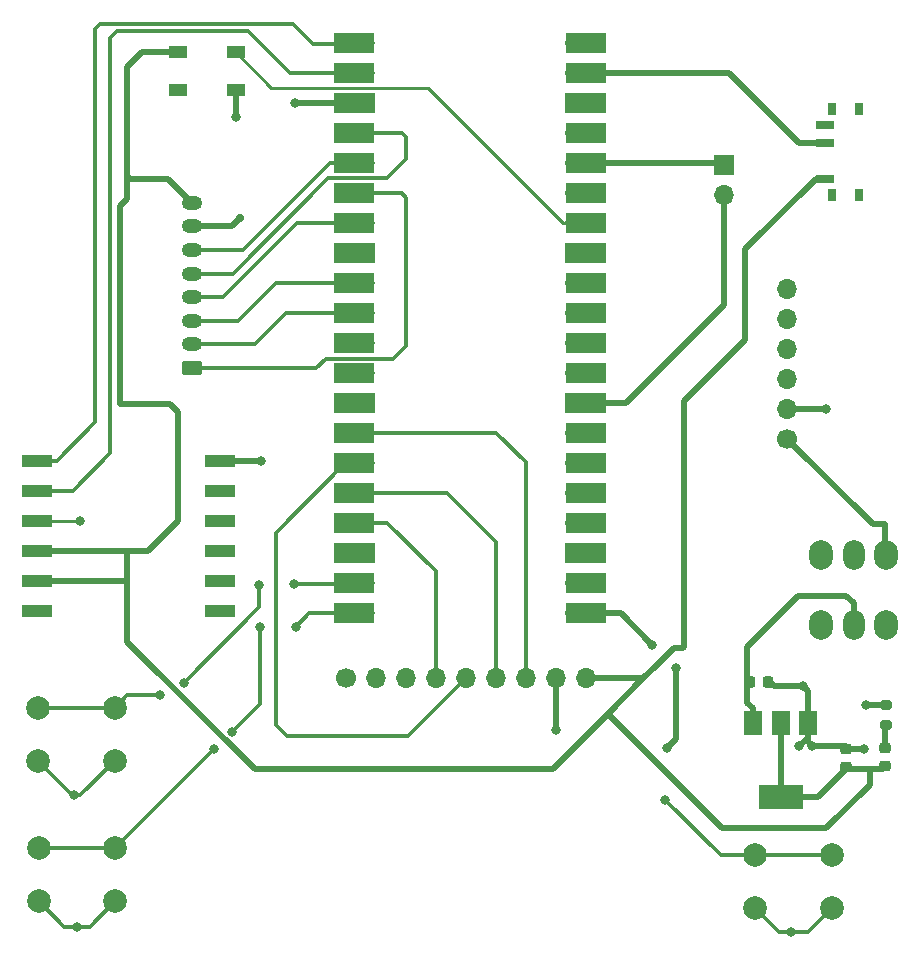
<source format=gbr>
%TF.GenerationSoftware,KiCad,Pcbnew,(6.0.7-1)-1*%
%TF.CreationDate,2022-12-28T20:51:33+00:00*%
%TF.ProjectId,pico-gps-datalogger,7069636f-2d67-4707-932d-646174616c6f,rev?*%
%TF.SameCoordinates,Original*%
%TF.FileFunction,Copper,L1,Top*%
%TF.FilePolarity,Positive*%
%FSLAX46Y46*%
G04 Gerber Fmt 4.6, Leading zero omitted, Abs format (unit mm)*
G04 Created by KiCad (PCBNEW (6.0.7-1)-1) date 2022-12-28 20:51:33*
%MOMM*%
%LPD*%
G01*
G04 APERTURE LIST*
G04 Aperture macros list*
%AMRoundRect*
0 Rectangle with rounded corners*
0 $1 Rounding radius*
0 $2 $3 $4 $5 $6 $7 $8 $9 X,Y pos of 4 corners*
0 Add a 4 corners polygon primitive as box body*
4,1,4,$2,$3,$4,$5,$6,$7,$8,$9,$2,$3,0*
0 Add four circle primitives for the rounded corners*
1,1,$1+$1,$2,$3*
1,1,$1+$1,$4,$5*
1,1,$1+$1,$6,$7*
1,1,$1+$1,$8,$9*
0 Add four rect primitives between the rounded corners*
20,1,$1+$1,$2,$3,$4,$5,0*
20,1,$1+$1,$4,$5,$6,$7,0*
20,1,$1+$1,$6,$7,$8,$9,0*
20,1,$1+$1,$8,$9,$2,$3,0*%
G04 Aperture macros list end*
%TA.AperFunction,SMDPad,CuDef*%
%ADD10RoundRect,0.200000X0.275000X-0.200000X0.275000X0.200000X-0.275000X0.200000X-0.275000X-0.200000X0*%
%TD*%
%TA.AperFunction,ComponentPad*%
%ADD11C,1.700000*%
%TD*%
%TA.AperFunction,ComponentPad*%
%ADD12O,1.700000X1.700000*%
%TD*%
%TA.AperFunction,SMDPad,CuDef*%
%ADD13RoundRect,0.225000X0.250000X-0.225000X0.250000X0.225000X-0.250000X0.225000X-0.250000X-0.225000X0*%
%TD*%
%TA.AperFunction,SMDPad,CuDef*%
%ADD14R,1.500000X1.000000*%
%TD*%
%TA.AperFunction,ComponentPad*%
%ADD15O,2.000000X2.500000*%
%TD*%
%TA.AperFunction,ComponentPad*%
%ADD16O,1.850000X2.500000*%
%TD*%
%TA.AperFunction,ComponentPad*%
%ADD17RoundRect,0.250000X0.625000X-0.350000X0.625000X0.350000X-0.625000X0.350000X-0.625000X-0.350000X0*%
%TD*%
%TA.AperFunction,ComponentPad*%
%ADD18O,1.750000X1.200000*%
%TD*%
%TA.AperFunction,SMDPad,CuDef*%
%ADD19R,0.800000X1.000000*%
%TD*%
%TA.AperFunction,SMDPad,CuDef*%
%ADD20R,1.500000X0.700000*%
%TD*%
%TA.AperFunction,SMDPad,CuDef*%
%ADD21R,2.500000X1.000000*%
%TD*%
%TA.AperFunction,ComponentPad*%
%ADD22C,2.000000*%
%TD*%
%TA.AperFunction,ComponentPad*%
%ADD23R,1.700000X1.700000*%
%TD*%
%TA.AperFunction,SMDPad,CuDef*%
%ADD24RoundRect,0.218750X-0.256250X0.218750X-0.256250X-0.218750X0.256250X-0.218750X0.256250X0.218750X0*%
%TD*%
%TA.AperFunction,SMDPad,CuDef*%
%ADD25R,3.500000X1.700000*%
%TD*%
%TA.AperFunction,SMDPad,CuDef*%
%ADD26R,1.500000X2.000000*%
%TD*%
%TA.AperFunction,SMDPad,CuDef*%
%ADD27R,3.800000X2.000000*%
%TD*%
%TA.AperFunction,SMDPad,CuDef*%
%ADD28RoundRect,0.225000X-0.225000X-0.250000X0.225000X-0.250000X0.225000X0.250000X-0.225000X0.250000X0*%
%TD*%
%TA.AperFunction,ViaPad*%
%ADD29C,0.800000*%
%TD*%
%TA.AperFunction,ViaPad*%
%ADD30C,0.700000*%
%TD*%
%TA.AperFunction,Conductor*%
%ADD31C,0.500000*%
%TD*%
%TA.AperFunction,Conductor*%
%ADD32C,0.300000*%
%TD*%
%TA.AperFunction,Conductor*%
%ADD33C,0.250000*%
%TD*%
G04 APERTURE END LIST*
D10*
%TO.P,R1,1*%
%TO.N,/PWR_LED_K*%
X174847500Y-127875000D03*
%TO.P,R1,2*%
%TO.N,GND*%
X174847500Y-126225000D03*
%TD*%
D11*
%TO.P,J4,1,Pin_1*%
%TO.N,Net-(J4-Pad1)*%
X166510000Y-103660000D03*
D12*
%TO.P,J4,2,Pin_2*%
%TO.N,GND*%
X166510000Y-101120000D03*
%TO.P,J4,3,Pin_3*%
%TO.N,unconnected-(J4-Pad3)*%
X166510000Y-98580000D03*
%TO.P,J4,4,Pin_4*%
%TO.N,unconnected-(J4-Pad4)*%
X166510000Y-96040000D03*
%TO.P,J4,5,Pin_5*%
%TO.N,unconnected-(J4-Pad5)*%
X166510000Y-93500000D03*
%TO.P,J4,6,Pin_6*%
%TO.N,unconnected-(J4-Pad6)*%
X166510000Y-90960000D03*
%TD*%
D11*
%TO.P,J2,1,Pin_1*%
%TO.N,unconnected-(J2-Pad1)*%
X129100000Y-123960000D03*
D12*
%TO.P,J2,2,Pin_2*%
%TO.N,unconnected-(J2-Pad2)*%
X131640000Y-123960000D03*
%TO.P,J2,3,Pin_3*%
%TO.N,unconnected-(J2-Pad3)*%
X134180000Y-123960000D03*
%TO.P,J2,4,Pin_4*%
%TO.N,/SPI1 - CS*%
X136720000Y-123960000D03*
%TO.P,J2,5,Pin_5*%
%TO.N,/RX -> TX*%
X139260000Y-123960000D03*
%TO.P,J2,6,Pin_6*%
%TO.N,/TX -> RX*%
X141800000Y-123960000D03*
%TO.P,J2,7,Pin_7*%
%TO.N,/CLK*%
X144340000Y-123960000D03*
%TO.P,J2,8,Pin_8*%
%TO.N,GND*%
X146880000Y-123960000D03*
%TO.P,J2,9,Pin_9*%
%TO.N,+3.3V*%
X149420000Y-123960000D03*
%TD*%
D13*
%TO.P,C2,1*%
%TO.N,+3.3V*%
X171497500Y-131445000D03*
%TO.P,C2,2*%
%TO.N,GND*%
X171497500Y-129895000D03*
%TD*%
D14*
%TO.P,D2,1,VSS*%
%TO.N,GND*%
X119810000Y-74150000D03*
%TO.P,D2,2,DIN*%
%TO.N,Net-(D2-Pad2)*%
X119810000Y-70950000D03*
%TO.P,D2,3,VDD*%
%TO.N,+3.3V*%
X114910000Y-70950000D03*
%TO.P,D2,4,DOUT*%
%TO.N,unconnected-(D2-Pad4)*%
X114910000Y-74150000D03*
%TD*%
D15*
%TO.P,SW5,1*%
%TO.N,Net-(J4-Pad1)*%
X174860000Y-113470000D03*
D16*
%TO.P,SW5,2*%
%TO.N,unconnected-(SW5-Pad2)*%
X172120000Y-113470000D03*
D15*
%TO.P,SW5,3*%
%TO.N,unconnected-(SW5-Pad3)*%
X169380000Y-113470000D03*
%TO.P,SW5,4*%
%TO.N,unconnected-(SW5-Pad4)*%
X169380000Y-119470000D03*
D16*
%TO.P,SW5,5*%
%TO.N,VBUS*%
X172120000Y-119470000D03*
D15*
%TO.P,SW5,6*%
%TO.N,unconnected-(SW5-Pad6)*%
X174860000Y-119470000D03*
%TD*%
D17*
%TO.P,J1,1,Pin_1*%
%TO.N,/MISO - SPI0Rx - BL*%
X116120000Y-97680000D03*
D18*
%TO.P,J1,2,Pin_2*%
%TO.N,/RST*%
X116120000Y-95680000D03*
%TO.P,J1,3,Pin_3*%
%TO.N,/DC*%
X116120000Y-93680000D03*
%TO.P,J1,4,Pin_4*%
%TO.N,/SPI0 - CS*%
X116120000Y-91680000D03*
%TO.P,J1,5,Pin_5*%
%TO.N,/CLK - SPI0SCK*%
X116120000Y-89680000D03*
%TO.P,J1,6,Pin_6*%
%TO.N,/MOSI - SPI0Tx - DIN*%
X116120000Y-87680000D03*
%TO.P,J1,7,Pin_7*%
%TO.N,GND*%
X116120000Y-85680000D03*
%TO.P,J1,8,Pin_8*%
%TO.N,+3.3V*%
X116120000Y-83680000D03*
%TD*%
D19*
%TO.P,SW4,*%
%TO.N,*%
X172540000Y-75730000D03*
X170330000Y-75730000D03*
X172540000Y-83030000D03*
X170330000Y-83030000D03*
D20*
%TO.P,SW4,1,A*%
%TO.N,+3.3V*%
X169680000Y-81630000D03*
%TO.P,SW4,2,B*%
%TO.N,Net-(SW4-Pad2)*%
X169680000Y-78630000D03*
%TO.P,SW4,3,C*%
%TO.N,unconnected-(SW4-Pad3)*%
X169680000Y-77130000D03*
%TD*%
D21*
%TO.P,U2,1,RXD1*%
%TO.N,Net-(U2-Pad1)*%
X102950000Y-105510000D03*
%TO.P,U2,2,TXD1*%
%TO.N,/GPS RX -> Pico TX*%
X102950000Y-108050000D03*
%TO.P,U2,3,GND*%
%TO.N,GND*%
X102950000Y-110590000D03*
%TO.P,U2,4,VCC*%
%TO.N,+3.3V*%
X102950000Y-113130000D03*
%TO.P,U2,5,V_BCKP*%
X102950000Y-115670000D03*
%TO.P,U2,6,1PPS*%
%TO.N,unconnected-(U2-Pad6)*%
X102950000Y-118210000D03*
%TO.P,U2,7,RESERVED*%
%TO.N,unconnected-(U2-Pad7)*%
X118450000Y-118210000D03*
%TO.P,U2,8,RESERVED*%
%TO.N,unconnected-(U2-Pad8)*%
X118450000Y-115670000D03*
%TO.P,U2,9,NC*%
%TO.N,unconnected-(U2-Pad9)*%
X118450000Y-113130000D03*
%TO.P,U2,10,~{RESET}*%
%TO.N,unconnected-(U2-Pad10)*%
X118450000Y-110590000D03*
%TO.P,U2,11,RESERVED*%
%TO.N,unconnected-(U2-Pad11)*%
X118450000Y-108050000D03*
%TO.P,U2,12,GND*%
%TO.N,GND*%
X118450000Y-105510000D03*
%TD*%
D22*
%TO.P,SW1,1,1*%
%TO.N,Net-(SW1-Pad1)*%
X109540000Y-126440000D03*
X103040000Y-126440000D03*
%TO.P,SW1,2,2*%
%TO.N,GND*%
X103040000Y-130940000D03*
X109540000Y-130940000D03*
%TD*%
%TO.P,SW3,1,1*%
%TO.N,Net-(SW3-Pad1)*%
X170280000Y-138920000D03*
X163780000Y-138920000D03*
%TO.P,SW3,2,2*%
%TO.N,GND*%
X163780000Y-143420000D03*
X170280000Y-143420000D03*
%TD*%
D23*
%TO.P,J3,1,Pin_1*%
%TO.N,Net-(J3-Pad1)*%
X161160000Y-80500000D03*
D12*
%TO.P,J3,2,Pin_2*%
%TO.N,Net-(J3-Pad2)*%
X161160000Y-83040000D03*
%TD*%
D24*
%TO.P,D1,1,K*%
%TO.N,/PWR_LED_K*%
X174817500Y-129822500D03*
%TO.P,D1,2,A*%
%TO.N,+3.3V*%
X174817500Y-131397500D03*
%TD*%
D25*
%TO.P,U3,1,GPIO0*%
%TO.N,Net-(U2-Pad1)*%
X129845000Y-70175000D03*
D12*
X130745000Y-70175000D03*
%TO.P,U3,2,GPIO1*%
%TO.N,/GPS RX -> Pico TX*%
X130745000Y-72715000D03*
D25*
X129845000Y-72715000D03*
D23*
%TO.P,U3,3,GND*%
%TO.N,GND*%
X130745000Y-75255000D03*
D25*
X129845000Y-75255000D03*
D12*
%TO.P,U3,4,GPIO2*%
%TO.N,/CLK - SPI0SCK*%
X130745000Y-77795000D03*
D25*
X129845000Y-77795000D03*
%TO.P,U3,5,GPIO3*%
%TO.N,/MOSI - SPI0Tx - DIN*%
X129845000Y-80335000D03*
D12*
X130745000Y-80335000D03*
D25*
%TO.P,U3,6,GPIO4*%
%TO.N,/MISO - SPI0Rx - BL*%
X129845000Y-82875000D03*
D12*
X130745000Y-82875000D03*
%TO.P,U3,7,GPIO5*%
%TO.N,/SPI0 - CS*%
X130745000Y-85415000D03*
D25*
X129845000Y-85415000D03*
D23*
%TO.P,U3,8,GND*%
%TO.N,unconnected-(U3-Pad8)*%
X130745000Y-87955000D03*
D25*
X129845000Y-87955000D03*
D12*
%TO.P,U3,9,GPIO6*%
%TO.N,/DC*%
X130745000Y-90495000D03*
D25*
X129845000Y-90495000D03*
D12*
%TO.P,U3,10,GPIO7*%
%TO.N,/RST*%
X130745000Y-93035000D03*
D25*
X129845000Y-93035000D03*
D12*
%TO.P,U3,11,GPIO8*%
%TO.N,unconnected-(U3-Pad11)*%
X130745000Y-95575000D03*
D25*
X129845000Y-95575000D03*
%TO.P,U3,12,GPIO9*%
%TO.N,unconnected-(U3-Pad12)*%
X129845000Y-98115000D03*
D12*
X130745000Y-98115000D03*
D23*
%TO.P,U3,13,GND*%
%TO.N,unconnected-(U3-Pad13)*%
X130745000Y-100655000D03*
D25*
X129845000Y-100655000D03*
D12*
%TO.P,U3,14,GPIO10*%
%TO.N,/CLK*%
X130745000Y-103195000D03*
D25*
X129845000Y-103195000D03*
%TO.P,U3,15,GPIO11*%
%TO.N,/RX -> TX*%
X129845000Y-105735000D03*
D12*
X130745000Y-105735000D03*
%TO.P,U3,16,GPIO12*%
%TO.N,/TX -> RX*%
X130745000Y-108275000D03*
D25*
X129845000Y-108275000D03*
%TO.P,U3,17,GPIO13*%
%TO.N,/SPI1 - CS*%
X129845000Y-110815000D03*
D12*
X130745000Y-110815000D03*
D23*
%TO.P,U3,18,GND*%
%TO.N,unconnected-(U3-Pad18)*%
X130745000Y-113355000D03*
D25*
X129845000Y-113355000D03*
D12*
%TO.P,U3,19,GPIO14*%
%TO.N,Net-(SW1-Pad1)*%
X130745000Y-115895000D03*
D25*
X129845000Y-115895000D03*
%TO.P,U3,20,GPIO15*%
%TO.N,Net-(SW2-Pad1)*%
X129845000Y-118435000D03*
D12*
X130745000Y-118435000D03*
%TO.P,U3,21,GPIO16*%
%TO.N,Net-(SW3-Pad1)*%
X148525000Y-118435000D03*
D25*
X149425000Y-118435000D03*
%TO.P,U3,22,GPIO17*%
%TO.N,unconnected-(U3-Pad22)*%
X149425000Y-115895000D03*
D12*
X148525000Y-115895000D03*
D23*
%TO.P,U3,23,GND*%
%TO.N,unconnected-(U3-Pad23)*%
X148525000Y-113355000D03*
D25*
X149425000Y-113355000D03*
D12*
%TO.P,U3,24,GPIO18*%
%TO.N,unconnected-(U3-Pad24)*%
X148525000Y-110815000D03*
D25*
X149425000Y-110815000D03*
%TO.P,U3,25,GPIO19*%
%TO.N,unconnected-(U3-Pad25)*%
X149425000Y-108275000D03*
D12*
X148525000Y-108275000D03*
D25*
%TO.P,U3,26,GPIO20*%
%TO.N,unconnected-(U3-Pad26)*%
X149425000Y-105735000D03*
D12*
X148525000Y-105735000D03*
%TO.P,U3,27,GPIO21*%
%TO.N,unconnected-(U3-Pad27)*%
X148525000Y-103195000D03*
D25*
X149425000Y-103195000D03*
%TO.P,U3,28,GND*%
%TO.N,Net-(J3-Pad2)*%
X149425000Y-100655000D03*
D23*
X148525000Y-100655000D03*
D25*
%TO.P,U3,29,GPIO22*%
%TO.N,unconnected-(U3-Pad29)*%
X149425000Y-98115000D03*
D12*
X148525000Y-98115000D03*
D25*
%TO.P,U3,30,RUN*%
%TO.N,unconnected-(U3-Pad30)*%
X149425000Y-95575000D03*
D12*
X148525000Y-95575000D03*
D25*
%TO.P,U3,31,GPIO26_ADC0*%
%TO.N,unconnected-(U3-Pad31)*%
X149425000Y-93035000D03*
D12*
X148525000Y-93035000D03*
D25*
%TO.P,U3,32,GPIO27_ADC1*%
%TO.N,unconnected-(U3-Pad32)*%
X149425000Y-90495000D03*
D12*
X148525000Y-90495000D03*
D25*
%TO.P,U3,33,AGND*%
%TO.N,unconnected-(U3-Pad33)*%
X149425000Y-87955000D03*
D23*
X148525000Y-87955000D03*
D12*
%TO.P,U3,34,GPIO28_ADC2*%
%TO.N,Net-(D2-Pad2)*%
X148525000Y-85415000D03*
D25*
X149425000Y-85415000D03*
%TO.P,U3,35,ADC_VREF*%
%TO.N,unconnected-(U3-Pad35)*%
X149425000Y-82875000D03*
D12*
X148525000Y-82875000D03*
%TO.P,U3,36,3V3*%
%TO.N,Net-(J3-Pad1)*%
X148525000Y-80335000D03*
D25*
X149425000Y-80335000D03*
%TO.P,U3,37,3V3_EN*%
%TO.N,unconnected-(U3-Pad37)*%
X149425000Y-77795000D03*
D12*
X148525000Y-77795000D03*
D23*
%TO.P,U3,38,GND*%
%TO.N,unconnected-(U3-Pad38)*%
X148525000Y-75255000D03*
D25*
X149425000Y-75255000D03*
%TO.P,U3,39,VSYS*%
%TO.N,Net-(SW4-Pad2)*%
X149425000Y-72715000D03*
D12*
X148525000Y-72715000D03*
%TO.P,U3,40,VBUS*%
%TO.N,unconnected-(U3-Pad40)*%
X148525000Y-70175000D03*
D25*
X149425000Y-70175000D03*
%TD*%
D26*
%TO.P,U1,1,GND*%
%TO.N,GND*%
X168232500Y-127730000D03*
%TO.P,U1,2,VO*%
%TO.N,+3.3V*%
X165932500Y-127730000D03*
D27*
X165932500Y-134030000D03*
D26*
%TO.P,U1,3,VI*%
%TO.N,VBUS*%
X163632500Y-127730000D03*
%TD*%
D22*
%TO.P,SW2,1,1*%
%TO.N,Net-(SW2-Pad1)*%
X103120000Y-138290000D03*
X109620000Y-138290000D03*
%TO.P,SW2,2,2*%
%TO.N,GND*%
X103120000Y-142790000D03*
X109620000Y-142790000D03*
%TD*%
D28*
%TO.P,C1,1*%
%TO.N,VBUS*%
X163307500Y-124272500D03*
%TO.P,C1,2*%
%TO.N,GND*%
X164857500Y-124272500D03*
%TD*%
D29*
%TO.N,GND*%
X169820000Y-101140000D03*
X106110000Y-133830000D03*
X166850000Y-145460000D03*
X121940000Y-105560000D03*
X168622500Y-129680000D03*
X106360000Y-144970000D03*
X167532500Y-129690000D03*
X167852500Y-124620000D03*
X146950000Y-128330000D03*
X173170000Y-126230000D03*
D30*
X120140000Y-85010000D03*
D29*
X124780000Y-75270000D03*
X106580000Y-110610000D03*
X119800000Y-76460000D03*
X173020000Y-129900000D03*
%TO.N,Net-(SW1-Pad1)*%
X115390000Y-124360000D03*
X113420000Y-125350000D03*
X124760000Y-115940000D03*
X121800000Y-116020000D03*
%TO.N,Net-(SW2-Pad1)*%
X119520000Y-128500000D03*
X121860000Y-119600000D03*
X118000000Y-129920000D03*
X124910000Y-119570000D03*
%TO.N,Net-(SW3-Pad1)*%
X156310000Y-129860000D03*
X156190000Y-134220000D03*
X157080000Y-123090000D03*
X155090000Y-121110000D03*
%TD*%
D31*
%TO.N,VBUS*%
X163182500Y-124147500D02*
X163307500Y-124272500D01*
X172120000Y-117600000D02*
X171500000Y-116980000D01*
X171500000Y-116980000D02*
X167432500Y-116980000D01*
X163182500Y-124222500D02*
X163132500Y-124272500D01*
X163162500Y-124127500D02*
X163307500Y-124272500D01*
X163132500Y-124272500D02*
X163132500Y-126000000D01*
X163632500Y-126500000D02*
X163632500Y-127730000D01*
X163232500Y-124347500D02*
X163307500Y-124272500D01*
X167432500Y-116980000D02*
X163132500Y-121280000D01*
X163132500Y-126000000D02*
X163632500Y-126500000D01*
X172120000Y-119470000D02*
X172120000Y-117600000D01*
X163132500Y-121280000D02*
X163132500Y-124272500D01*
D32*
%TO.N,GND*%
X106650000Y-133830000D02*
X106110000Y-133830000D01*
D31*
X165380000Y-124620000D02*
X165032500Y-124272500D01*
X130745000Y-75255000D02*
X124795000Y-75255000D01*
X119810000Y-74150000D02*
X119810000Y-76450000D01*
X116120000Y-85680000D02*
X119470000Y-85680000D01*
X146950000Y-124030000D02*
X146880000Y-123960000D01*
X167852500Y-124620000D02*
X165380000Y-124620000D01*
D32*
X107440000Y-144970000D02*
X106360000Y-144970000D01*
X109540000Y-130940000D02*
X106650000Y-133830000D01*
D31*
X119810000Y-76450000D02*
X119800000Y-76460000D01*
D32*
X165820000Y-145460000D02*
X166850000Y-145460000D01*
D31*
X168232500Y-125000000D02*
X167852500Y-124620000D01*
X171457500Y-129680000D02*
X171497500Y-129720000D01*
D32*
X106360000Y-144970000D02*
X105300000Y-144970000D01*
D31*
X168232500Y-128990000D02*
X167532500Y-129690000D01*
X168232500Y-127730000D02*
X168232500Y-128990000D01*
X168622500Y-129680000D02*
X171457500Y-129680000D01*
D32*
X168240000Y-145460000D02*
X166850000Y-145460000D01*
D31*
X168232500Y-129290000D02*
X168622500Y-129680000D01*
X118450000Y-105510000D02*
X121890000Y-105510000D01*
X168232500Y-128990000D02*
X168232500Y-129290000D01*
X173015000Y-129895000D02*
X173020000Y-129900000D01*
X169800000Y-101120000D02*
X169820000Y-101140000D01*
X173175000Y-126225000D02*
X173170000Y-126230000D01*
X168232500Y-127730000D02*
X168232500Y-125000000D01*
D32*
X170280000Y-143420000D02*
X168240000Y-145460000D01*
X109620000Y-142790000D02*
X107440000Y-144970000D01*
D31*
X171282500Y-129680000D02*
X171497500Y-129895000D01*
D32*
X105300000Y-144970000D02*
X103120000Y-142790000D01*
X105930000Y-133830000D02*
X106110000Y-133830000D01*
D33*
X106560000Y-110590000D02*
X102950000Y-110590000D01*
D31*
X146950000Y-128330000D02*
X146950000Y-124030000D01*
D32*
X103040000Y-130940000D02*
X105930000Y-133830000D01*
X163780000Y-143420000D02*
X165820000Y-145460000D01*
D31*
X174847500Y-126225000D02*
X173175000Y-126225000D01*
X124795000Y-75255000D02*
X124780000Y-75270000D01*
D33*
X106580000Y-110610000D02*
X106560000Y-110590000D01*
D31*
X171497500Y-129895000D02*
X173015000Y-129895000D01*
X121890000Y-105510000D02*
X121940000Y-105560000D01*
X166510000Y-101120000D02*
X169800000Y-101120000D01*
X119470000Y-85680000D02*
X120140000Y-85010000D01*
%TO.N,+3.3V*%
X154235000Y-124045000D02*
X155455000Y-122825000D01*
X151290000Y-126990000D02*
X154235000Y-124045000D01*
X110620000Y-72190000D02*
X111860000Y-70950000D01*
X154150000Y-123960000D02*
X149420000Y-123960000D01*
X110620000Y-113150000D02*
X110620000Y-115850000D01*
X169752500Y-136660000D02*
X160960000Y-136660000D01*
X168900000Y-81630000D02*
X169680000Y-81630000D01*
X110620000Y-120850000D02*
X121400000Y-131630000D01*
X165932500Y-127730000D02*
X165932500Y-134030000D01*
X157790000Y-121260000D02*
X157790000Y-100440000D01*
X116120000Y-83680000D02*
X114080000Y-81640000D01*
X114080000Y-81640000D02*
X110860000Y-81640000D01*
X173472500Y-132940000D02*
X169752500Y-136660000D01*
X110620000Y-83380000D02*
X110620000Y-81400000D01*
X173472500Y-131620000D02*
X173472500Y-132940000D01*
X165932500Y-134030000D02*
X169087500Y-134030000D01*
X110620000Y-113150000D02*
X112400000Y-113150000D01*
X174595000Y-131620000D02*
X174817500Y-131397500D01*
X157650000Y-121400000D02*
X157790000Y-121260000D01*
X110620000Y-115850000D02*
X110620000Y-120850000D01*
X110040000Y-83960000D02*
X110620000Y-83380000D01*
X110620000Y-81400000D02*
X110620000Y-72190000D01*
X110860000Y-81640000D02*
X110620000Y-81400000D01*
X146650000Y-131630000D02*
X151290000Y-126990000D01*
X156880000Y-121400000D02*
X157650000Y-121400000D01*
X110600000Y-113130000D02*
X110620000Y-113150000D01*
X112400000Y-113150000D02*
X114920000Y-110630000D01*
X162950000Y-95280000D02*
X162950000Y-87580000D01*
X154235000Y-124045000D02*
X154150000Y-123960000D01*
X102950000Y-115670000D02*
X110440000Y-115670000D01*
X111860000Y-70950000D02*
X114910000Y-70950000D01*
X114920000Y-101430000D02*
X114220000Y-100730000D01*
X110040000Y-100730000D02*
X110040000Y-83960000D01*
X157790000Y-100440000D02*
X162950000Y-95280000D01*
X171497500Y-131620000D02*
X173472500Y-131620000D01*
X110440000Y-115670000D02*
X110620000Y-115850000D01*
X102950000Y-113130000D02*
X110600000Y-113130000D01*
X114220000Y-100730000D02*
X110040000Y-100730000D01*
X121400000Y-131630000D02*
X146650000Y-131630000D01*
X160960000Y-136660000D02*
X151290000Y-126990000D01*
X155455000Y-122825000D02*
X156880000Y-121400000D01*
X162950000Y-87580000D02*
X168900000Y-81630000D01*
X173472500Y-131620000D02*
X174595000Y-131620000D01*
X169087500Y-134030000D02*
X171497500Y-131620000D01*
X114920000Y-110630000D02*
X114920000Y-101430000D01*
%TO.N,/PWR_LED_K*%
X174817500Y-129822500D02*
X174817500Y-127905000D01*
X174817500Y-127905000D02*
X174847500Y-127875000D01*
D33*
%TO.N,Net-(D2-Pad2)*%
X147545134Y-85415000D02*
X148525000Y-85415000D01*
X136084999Y-73954865D02*
X147545134Y-85415000D01*
X119810000Y-70950000D02*
X122814865Y-73954865D01*
X122814865Y-73954865D02*
X136084999Y-73954865D01*
D32*
%TO.N,/MISO - SPI0Rx - BL*%
X133855000Y-82875000D02*
X130745000Y-82875000D01*
X127410000Y-96890000D02*
X133110000Y-96890000D01*
X134220000Y-83240000D02*
X133855000Y-82875000D01*
X126620000Y-97680000D02*
X127410000Y-96890000D01*
X133110000Y-96890000D02*
X134220000Y-95780000D01*
X134220000Y-95780000D02*
X134220000Y-83240000D01*
X116120000Y-97680000D02*
X126620000Y-97680000D01*
%TO.N,/RST*%
X116120000Y-95680000D02*
X121400000Y-95680000D01*
X121400000Y-95680000D02*
X124045000Y-93035000D01*
X124045000Y-93035000D02*
X130745000Y-93035000D01*
%TO.N,/DC*%
X116120000Y-93680000D02*
X119990000Y-93680000D01*
X119990000Y-93680000D02*
X123175000Y-90495000D01*
X123175000Y-90495000D02*
X130745000Y-90495000D01*
%TO.N,/CLK - SPI0SCK*%
X133875000Y-77795000D02*
X130745000Y-77795000D01*
X116120000Y-89680000D02*
X119550000Y-89680000D01*
X134220000Y-79990000D02*
X134220000Y-78140000D01*
X119550000Y-89680000D02*
X127620000Y-81610000D01*
X134220000Y-78140000D02*
X133875000Y-77795000D01*
X132600000Y-81610000D02*
X134220000Y-79990000D01*
X127620000Y-81610000D02*
X132600000Y-81610000D01*
%TO.N,/MOSI - SPI0Tx - DIN*%
X127775661Y-80335000D02*
X130745000Y-80335000D01*
X116120000Y-87680000D02*
X120430661Y-87680000D01*
X120430661Y-87680000D02*
X127775661Y-80335000D01*
%TO.N,/RX -> TX*%
X134390000Y-128830000D02*
X139260000Y-123960000D01*
X123210000Y-111610000D02*
X123210000Y-127920000D01*
X129085000Y-105735000D02*
X123210000Y-111610000D01*
X123210000Y-127920000D02*
X124120000Y-128830000D01*
X130745000Y-105735000D02*
X129085000Y-105735000D01*
X124120000Y-128830000D02*
X134390000Y-128830000D01*
%TO.N,/TX -> RX*%
X137665000Y-108275000D02*
X141800000Y-112410000D01*
X141800000Y-112410000D02*
X141800000Y-123960000D01*
X137665000Y-108275000D02*
X130745000Y-108275000D01*
%TO.N,/CLK*%
X130745000Y-103195000D02*
X130760000Y-103180000D01*
X141850000Y-103180000D02*
X144340000Y-105670000D01*
X130760000Y-103180000D02*
X141850000Y-103180000D01*
X144340000Y-105670000D02*
X144340000Y-123960000D01*
%TO.N,Net-(SW1-Pad1)*%
X109540000Y-126440000D02*
X103040000Y-126440000D01*
X109540000Y-126440000D02*
X110630000Y-125350000D01*
X110630000Y-125350000D02*
X113420000Y-125350000D01*
X121800000Y-117950000D02*
X121800000Y-116020000D01*
X124760000Y-115940000D02*
X130700000Y-115940000D01*
X130700000Y-115940000D02*
X130745000Y-115895000D01*
X115390000Y-124360000D02*
X121800000Y-117950000D01*
D31*
%TO.N,Net-(J4-Pad1)*%
X174790000Y-110920000D02*
X174790000Y-113340000D01*
X174790000Y-113340000D02*
X174660000Y-113470000D01*
X166510000Y-103660000D02*
X173770000Y-110920000D01*
X173770000Y-110920000D02*
X174790000Y-110920000D01*
D32*
%TO.N,Net-(SW2-Pad1)*%
X109620000Y-138290000D02*
X103120000Y-138290000D01*
X124910000Y-119570000D02*
X126045000Y-118435000D01*
X121860000Y-126160000D02*
X121860000Y-119600000D01*
X119520000Y-128500000D02*
X121860000Y-126160000D01*
X117990000Y-129920000D02*
X118000000Y-129920000D01*
X109620000Y-138290000D02*
X117990000Y-129920000D01*
X126045000Y-118435000D02*
X130745000Y-118435000D01*
D31*
%TO.N,Net-(SW3-Pad1)*%
X148525000Y-118435000D02*
X152415000Y-118435000D01*
X152415000Y-118435000D02*
X155090000Y-121110000D01*
X157080000Y-123090000D02*
X157080000Y-129090000D01*
D32*
X160890000Y-138920000D02*
X156190000Y-134220000D01*
D31*
X157080000Y-129090000D02*
X156310000Y-129860000D01*
D32*
X163780000Y-138920000D02*
X160890000Y-138920000D01*
X170280000Y-138920000D02*
X163780000Y-138920000D01*
D31*
%TO.N,Net-(SW4-Pad2)*%
X167460000Y-78630000D02*
X169680000Y-78630000D01*
X161545000Y-72715000D02*
X167460000Y-78630000D01*
X148525000Y-72715000D02*
X161545000Y-72715000D01*
D32*
%TO.N,Net-(U2-Pad1)*%
X107910000Y-102250000D02*
X107910000Y-68950000D01*
X104650000Y-105510000D02*
X107910000Y-102250000D01*
X102950000Y-105510000D02*
X104650000Y-105510000D01*
X126320000Y-70210000D02*
X130710000Y-70210000D01*
X108280000Y-68580000D02*
X124690000Y-68580000D01*
X124690000Y-68580000D02*
X126320000Y-70210000D01*
X130710000Y-70210000D02*
X130745000Y-70175000D01*
X107910000Y-68950000D02*
X108280000Y-68580000D01*
%TO.N,/GPS RX -> Pico TX*%
X109160000Y-104890000D02*
X109160000Y-69760000D01*
X102950000Y-108050000D02*
X106000000Y-108050000D01*
X109770000Y-69150000D02*
X120830000Y-69150000D01*
X106000000Y-108050000D02*
X109160000Y-104890000D01*
X109160000Y-69760000D02*
X109770000Y-69150000D01*
X120830000Y-69150000D02*
X124395000Y-72715000D01*
X124395000Y-72715000D02*
X130745000Y-72715000D01*
D31*
%TO.N,Net-(J3-Pad2)*%
X148525000Y-100655000D02*
X152805000Y-100655000D01*
X152805000Y-100655000D02*
X161160000Y-92300000D01*
X161160000Y-92300000D02*
X161160000Y-83040000D01*
%TO.N,Net-(J3-Pad1)*%
X160995000Y-80335000D02*
X161160000Y-80500000D01*
X148525000Y-80335000D02*
X160995000Y-80335000D01*
D32*
%TO.N,/SPI0 - CS*%
X116120000Y-91680000D02*
X118750000Y-91680000D01*
X125015000Y-85415000D02*
X130745000Y-85415000D01*
X118750000Y-91680000D02*
X125015000Y-85415000D01*
%TO.N,/SPI1 - CS*%
X136720000Y-114860000D02*
X132650000Y-110790000D01*
X136720000Y-123960000D02*
X136720000Y-114860000D01*
X132650000Y-110790000D02*
X130770000Y-110790000D01*
X130770000Y-110790000D02*
X130745000Y-110815000D01*
%TD*%
M02*

</source>
